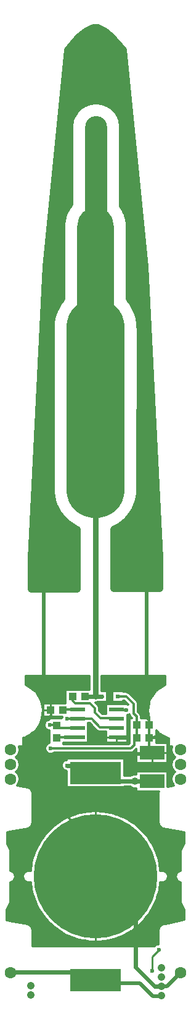
<source format=gbr>
G04 DipTrace 3.2.0.1*
G04 Top.gbr*
%MOMM*%
G04 #@! TF.FileFunction,Copper,L1,Top*
G04 #@! TF.Part,Single*
G04 #@! TA.AperFunction,CopperBalancing*
%ADD10C,0.25*%
%ADD15C,0.3*%
G04 #@! TA.AperFunction,Conductor*
%ADD17C,0.5*%
G04 #@! TA.AperFunction,ViaPad*
%ADD18C,0.6*%
%ADD19C,0.8*%
G04 #@! TA.AperFunction,CopperBalancing*
%ADD20C,1.0*%
%ADD23R,1.0X1.1*%
%ADD24R,1.1X1.0*%
%ADD25R,3.4X1.9*%
%ADD27R,0.6X0.6*%
G04 #@! TA.AperFunction,ComponentPad*
%ADD28C,1.6*%
%ADD31R,7.0X3.1*%
%ADD32C,17.0*%
G04 #@! TA.AperFunction,ComponentPad*
%ADD33C,1.05*%
%ADD34R,2.0X0.6*%
%ADD37O,8.0X30.0*%
%ADD38O,5.0X40.0*%
%ADD39O,3.0X40.0*%
%FSLAX35Y35*%
G04*
G71*
G90*
G75*
G01*
G04 Top*
%LPD*%
X0Y-1080500D2*
D17*
X207683D1*
X255070Y-1127887D1*
X607897D1*
X786320Y-1306310D1*
X894787D1*
X902457Y-1298640D1*
X0Y-1080500D2*
D18*
Y-974893D1*
X-1158397D1*
X-1150020Y-983270D1*
X-1166730D1*
X-1170000Y-980000D1*
X776000Y1639467D2*
X541110D1*
X261313D1*
D15*
Y1767543D1*
X12043D1*
X0Y1755500D1*
X541110Y1637957D2*
Y1639467D1*
X-389470Y1857737D2*
D18*
X-102237D1*
D15*
X0Y1755500D1*
X-301837Y1072930D2*
Y812297D1*
Y639337D1*
X0Y337500D1*
X437037Y-53657D2*
X391157D1*
X0Y337500D1*
X902457Y-1171640D2*
D18*
X816050D1*
X554297Y-909887D1*
Y-216797D1*
X0Y337500D1*
X-627000Y728000D2*
D15*
X-390500D1*
X0Y337500D1*
X684743Y675010D2*
X337510D1*
X323987Y661487D1*
X0Y337500D1*
X902457Y-1171640D2*
D17*
X978360D1*
X1170000Y-980000D1*
X-295553Y812297D2*
D15*
X-301837D1*
X-674353Y234557D2*
X-301837D1*
Y639337D1*
X-102063Y757793D2*
X-117383D1*
Y616083D1*
Y488000D1*
Y454883D1*
X0Y337500D1*
X-107513Y616083D2*
X-117383D1*
X-107513Y488000D2*
X-117383D1*
X303987Y338113D2*
X323987Y358113D1*
Y661487D1*
X-493657Y1967340D2*
Y1264750D1*
X-301837Y1072930D1*
X-613610Y2520370D2*
Y2611167D1*
X-617600Y2615157D1*
X-493657Y1967340D2*
X-456427Y2004570D1*
X751103D1*
X776000Y2029467D1*
X737437D1*
Y2236083D1*
Y2407253D1*
X739687Y2409503D1*
X826183Y2241677D2*
X743030D1*
X737437Y2236083D1*
X739687Y2409503D2*
Y2470810D1*
X633193Y2577303D1*
X703460Y3034410D2*
Y3032363D1*
X818120D1*
X918447D1*
X920493Y3034410D1*
X-922343Y3032363D2*
X-813550D1*
Y3029367D1*
X-710587D1*
X-709427Y3028207D1*
X703460Y3034410D2*
D17*
Y4385763D1*
D15*
X706267Y4388570D1*
X-709427Y3028207D2*
D17*
Y4374947D1*
D15*
X-547550D1*
X290620Y2241270D2*
D18*
X445587Y2243290D1*
X870913Y-665097D2*
D10*
X777297Y-758713D1*
Y-958840D1*
X-616647Y2090403D2*
D15*
X483273D1*
X529083Y2136213D1*
Y2222427D1*
X567540D1*
Y2409503D1*
X564197D1*
Y2528653D1*
X526633Y2566217D1*
Y2697420D1*
X419470Y2804583D1*
X306357D1*
X569687Y2409503D2*
X567540D1*
X567437Y2236083D2*
X567540Y2222427D1*
X-406730Y2239073D2*
D17*
X-251577D1*
D15*
X-249380Y2241270D1*
X424367Y2618943D2*
X293947D1*
X290620Y2622270D1*
X-406730Y2239073D2*
X-532317D1*
X-535777Y2235613D1*
X-249380Y2368270D2*
X-498433D1*
X-535777Y2405613D1*
X-625987Y2410363D2*
X-540527D1*
X-535777Y2405613D1*
X-249380Y2495270D2*
X-55090D1*
X57577Y2382603D1*
X290620D1*
Y2368270D1*
X-386520Y2498620D2*
X-252730D1*
X-249380Y2495270D1*
Y2622270D2*
X-440487D1*
X-447600Y2615157D1*
X290620Y2495270D2*
Y2504583D1*
X64497D1*
X-12087Y2581167D1*
Y2644120D1*
X-77600Y2709633D1*
X-279323D1*
X-313510Y2743820D1*
Y2802007D1*
X-143510D2*
D18*
X903D1*
Y2804583D1*
X86357D1*
X903D2*
D19*
Y6750000D1*
X0D1*
D15*
Y7500000D1*
Y8741000D1*
X9000Y8750000D1*
D18*
X-406730Y2239073D3*
X424367Y2618943D3*
D19*
X-493657Y1967340D3*
D18*
X-625987Y2410363D3*
X-386520Y2498620D3*
D20*
X541110Y1637957D3*
D19*
X-301837Y1072930D3*
D18*
X-613610Y2520370D3*
X-627000Y728000D3*
X684743Y675010D3*
D20*
X437037Y-53657D3*
D18*
X870913Y-665097D3*
X777297Y-958840D3*
X-731300Y1866477D3*
X-731163Y1974830D3*
X-740173Y2082937D3*
X-846027Y2085187D3*
X-645143Y1783977D3*
X-96040Y1483847D3*
X-91537Y1407270D3*
Y1332947D3*
X-305497Y1497360D3*
X-303243Y1418533D3*
X-304820Y1339480D3*
X307107Y1443307D3*
X309360Y1366730D3*
X307107Y1287903D3*
X-816190Y1051710D3*
X-679167Y492267D3*
X-726100Y949337D3*
X-818237Y953430D3*
X-904230Y943193D3*
X-295553Y812297D3*
X-674353Y234557D3*
X-295553Y545230D3*
X-298277Y417143D3*
X-292827Y291787D3*
X-102063Y757793D3*
X-107513Y616083D3*
Y488000D3*
X-115690Y368090D3*
X-110240Y226383D3*
X306713Y997610D3*
Y891327D3*
Y779593D3*
X303987Y338113D3*
Y586107D3*
X298537Y468923D3*
X103937Y-342277D3*
X161467Y-409960D3*
X-301447Y-568060D3*
X5330Y-576093D3*
X399413Y-576303D3*
X324133Y-574393D3*
X956633Y934717D3*
Y854680D3*
X891487Y895630D3*
X677923Y186420D3*
Y453213D3*
Y567127D3*
X680923Y1085730D3*
X-616647Y2090403D3*
X826183Y2241677D3*
X-922343Y3032363D3*
X633193Y2577303D3*
X-813550Y3029367D3*
X-709427Y3028207D3*
X445587Y2243290D3*
X920493Y3034410D3*
X818120Y3032363D3*
X703460Y3034410D3*
X123483Y2285413D3*
X449130Y2170470D3*
X-389470Y1857737D3*
X-954063Y3053783D2*
D15*
X-88303D1*
X90077D2*
X953667D1*
X-953770Y3024117D2*
X-88303D1*
X90077D2*
X953787D1*
X-953417Y2994450D2*
X-88303D1*
X90077D2*
X953903D1*
X-953123Y2964783D2*
X-88303D1*
X90077D2*
X951207D1*
X-913633Y2935117D2*
X-88303D1*
X90077D2*
X906617D1*
X-870507Y2905450D2*
X-88303D1*
X90077D2*
X861970D1*
X-827440Y2875783D2*
X-417720D1*
X165547D2*
X227163D1*
X385567D2*
X819840D1*
X-802657Y2846117D2*
X-417720D1*
X165547D2*
X227163D1*
X467480D2*
X798687D1*
X-785077Y2816450D2*
X-417720D1*
X165547D2*
X227163D1*
X497130D2*
X777593D1*
X-767500Y2786783D2*
X-417720D1*
X165547D2*
X227163D1*
X526837D2*
X756440D1*
X-749923Y2757117D2*
X-417720D1*
X165547D2*
X227163D1*
X556483D2*
X741910D1*
X-739200Y2727450D2*
X-417720D1*
X42383D2*
X407047D1*
X582970D2*
X736343D1*
X23810Y2697783D2*
X141440D1*
X590820D2*
X730720D1*
X47187Y2668117D2*
X141440D1*
X590820D2*
X725093D1*
X52110Y2638450D2*
X141440D1*
X590820D2*
X719470D1*
X52110Y2608783D2*
X141440D1*
X590820D2*
X713903D1*
X79530Y2579117D2*
X141440D1*
X603300D2*
X718650D1*
X624747Y2549450D2*
X724390D1*
X439823Y2519783D2*
X483513D1*
X628380D2*
X730190D1*
X-734687Y2490117D2*
X-634983D1*
X439823D2*
X465463D1*
X-745293Y2460450D2*
X-686430D1*
X439823D2*
X465463D1*
X-755957Y2430783D2*
X-702427D1*
X-100177D2*
X-80193D1*
X439823D2*
X465463D1*
X-773360Y2401117D2*
X-704653D1*
X-100177D2*
X-50513D1*
X439823D2*
X465463D1*
X-793810Y2371450D2*
X-694517D1*
X-100177D2*
X-20803D1*
X439823D2*
X465463D1*
X-814317Y2341783D2*
X-662230D1*
X-100177D2*
X8843D1*
X439823D2*
X465463D1*
X-841093Y2312117D2*
X-634983D1*
X-100177D2*
X141440D1*
X439823D2*
X463237D1*
X-879707Y2282450D2*
X-634983D1*
X-100177D2*
X141440D1*
X439823D2*
X463237D1*
X841660D2*
X894547D1*
X-918320Y2252783D2*
X-634983D1*
X-100177D2*
X141440D1*
X439823D2*
X463237D1*
X841660D2*
X951500D1*
X-984707Y2223117D2*
X-634983D1*
X-100177D2*
X141440D1*
X439823D2*
X463237D1*
X841660D2*
X1002127D1*
X-984883Y2193450D2*
X-634983D1*
X-100177D2*
X141440D1*
X439823D2*
X463237D1*
X841660D2*
X1002007D1*
X-985117Y2163783D2*
X-640200D1*
X-436563D2*
X-421470D1*
X-391977D2*
X463237D1*
X-985293Y2134117D2*
X-682037D1*
X-1045587Y2104450D2*
X-694517D1*
X995177D2*
X1045600D1*
X-1040900Y2074783D2*
X-694223D1*
X995177D2*
X1040913D1*
X-1043300Y2045117D2*
X-680923D1*
X527423D2*
X556813D1*
X995177D2*
X1043257D1*
X-1053203Y2015450D2*
X-633403D1*
X-599963D2*
X556813D1*
X995177D2*
X1053220D1*
X-1073007Y1985783D2*
X556813D1*
X995177D2*
X1073023D1*
X-1074767Y1956117D2*
X-399203D1*
X399220D2*
X556813D1*
X995177D2*
X1074723D1*
X-1054140Y1926450D2*
X-425393D1*
X399220D2*
X556813D1*
X995177D2*
X1054157D1*
X-1043653Y1896783D2*
X-457913D1*
X399220D2*
X556813D1*
X995177D2*
X1043667D1*
X-1040840Y1867117D2*
X-468110D1*
X399220D2*
X1040857D1*
X-1045060Y1837450D2*
X-465940D1*
X399220D2*
X1045073D1*
X-1057187Y1807783D2*
X-450003D1*
X399220D2*
X1057203D1*
X-1080507Y1778117D2*
X-399203D1*
X399220D2*
X556813D1*
X995177D2*
X1080463D1*
X-1068143Y1748450D2*
X-399203D1*
X399220D2*
X556813D1*
X995177D2*
X1068160D1*
X-1050623Y1718783D2*
X-399203D1*
X399220D2*
X485913D1*
X995177D2*
X1050583D1*
X-1042247Y1689117D2*
X-399203D1*
X995177D2*
X1042263D1*
X-1041250Y1659450D2*
X-399203D1*
X995177D2*
X1041267D1*
X-1047403Y1629783D2*
X-399203D1*
X995177D2*
X1047360D1*
X-1061933Y1600117D2*
X-399203D1*
X995177D2*
X1061890D1*
X-995430Y1570450D2*
X-399203D1*
X-894767Y1540783D2*
X556813D1*
X-870917Y1511117D2*
X556813D1*
X-862890Y1481450D2*
X862907D1*
X-862013Y1451783D2*
X862027D1*
X-862013Y1422117D2*
X862027D1*
X-862013Y1392450D2*
X862027D1*
X-862013Y1362783D2*
X862027D1*
X-862013Y1333117D2*
X862027D1*
X-862013Y1303450D2*
X862027D1*
X-862013Y1273783D2*
X862027D1*
X-862013Y1244117D2*
X862027D1*
X-862013Y1214450D2*
X-187737D1*
X187753D2*
X862027D1*
X-862013Y1184783D2*
X-295023D1*
X295040D2*
X862027D1*
X-862013Y1155117D2*
X-369963D1*
X369980D2*
X862027D1*
X-862013Y1125450D2*
X-429963D1*
X429980D2*
X862027D1*
X-862013Y1095783D2*
X-480707D1*
X480663D2*
X862027D1*
X-863300Y1066117D2*
X-524827D1*
X524843D2*
X863317D1*
X-872323Y1036450D2*
X-563910D1*
X563927D2*
X872340D1*
X-897637Y1006783D2*
X-599007D1*
X599023D2*
X897653D1*
X-1008553Y977117D2*
X-630767D1*
X630723D2*
X1008570D1*
X-1168280Y947450D2*
X-659593D1*
X659610D2*
X1168297D1*
X-1211993Y917783D2*
X-685960D1*
X685977D2*
X1212007D1*
X-1211993Y888117D2*
X-710100D1*
X710117D2*
X1212007D1*
X-1211993Y858450D2*
X-732250D1*
X732207D2*
X1212007D1*
X-1211993Y828783D2*
X-752523D1*
X752540D2*
X1212007D1*
X-1211993Y799117D2*
X-771157D1*
X771173D2*
X1212007D1*
X-1201680Y769450D2*
X-788207D1*
X788223D2*
X1201697D1*
X-1186857Y739783D2*
X-803850D1*
X803867D2*
X1186870D1*
X-1172030Y710117D2*
X-818090D1*
X818047D2*
X1172047D1*
X-1162013Y680450D2*
X-830980D1*
X830997D2*
X1162027D1*
X-1162013Y650783D2*
X-842640D1*
X842657D2*
X1162027D1*
X-1162013Y621117D2*
X-853130D1*
X853143D2*
X1162027D1*
X-1162013Y591450D2*
X-862447D1*
X862460D2*
X1162027D1*
X-1162013Y561783D2*
X-870707D1*
X870663D2*
X1162027D1*
X-1162013Y532117D2*
X-877797D1*
X877813D2*
X1162027D1*
X-1162013Y502450D2*
X-883890D1*
X883907D2*
X1162027D1*
X-1162013Y472783D2*
X-888930D1*
X888947D2*
X1162027D1*
X-1162013Y443117D2*
X-892973D1*
X892930D2*
X1162027D1*
X-1161073Y413450D2*
X-938970D1*
X938927D2*
X1161030D1*
X-1117070Y383783D2*
X-982913D1*
X982930D2*
X1117087D1*
X-1103067Y354117D2*
X-996917D1*
X996933D2*
X1103083D1*
X-1101483Y324450D2*
X-998500D1*
X998517D2*
X1101500D1*
X-1111447Y294783D2*
X-988540D1*
X988553D2*
X1111460D1*
X-1140623Y265117D2*
X-959360D1*
X959377D2*
X1140640D1*
X-1162013Y235450D2*
X-893383D1*
X893400D2*
X1162027D1*
X-1162013Y205783D2*
X-889457D1*
X889473D2*
X1162027D1*
X-1162013Y176117D2*
X-884537D1*
X884550D2*
X1162027D1*
X-1162013Y146450D2*
X-878617D1*
X878573D2*
X1162027D1*
X-1162013Y116783D2*
X-871587D1*
X871600D2*
X1162027D1*
X-1162013Y87117D2*
X-863500D1*
X863517D2*
X1162027D1*
X-1162013Y57450D2*
X-854300D1*
X854317D2*
X1162027D1*
X-1162013Y27783D2*
X-843987D1*
X844003D2*
X1162027D1*
X-1162013Y-1883D2*
X-832447D1*
X832460D2*
X1162027D1*
X-1167637Y-31550D2*
X-819673D1*
X819687D2*
X1167770D1*
X-1182870Y-61217D2*
X-805610D1*
X805627D2*
X1182593D1*
X-1198107Y-90883D2*
X-790200D1*
X790213D2*
X1197417D1*
X-1213163Y-120550D2*
X-773323D1*
X773280D2*
X1212007D1*
X-1212987Y-150217D2*
X-754867D1*
X754883D2*
X1212007D1*
X-1212870Y-179883D2*
X-734770D1*
X734787D2*
X1212007D1*
X-1212697Y-209550D2*
X-712857D1*
X712870D2*
X1212007D1*
X-1212520Y-239217D2*
X-689007D1*
X688963D2*
X1212007D1*
X-1187500Y-268883D2*
X-662933D1*
X662890D2*
X1153180D1*
X-1027773Y-298550D2*
X-634340D1*
X634357D2*
X1014780D1*
X-901857Y-328217D2*
X-602993D1*
X603007D2*
X901460D1*
X-874373Y-357883D2*
X-568363D1*
X568320D2*
X874333D1*
X-863947Y-387550D2*
X-529750D1*
X529767D2*
X863903D1*
X-862013Y-417217D2*
X-486273D1*
X486290D2*
X862027D1*
X-862013Y-446883D2*
X-436470D1*
X436483D2*
X862027D1*
X-862013Y-476550D2*
X-377817D1*
X377833D2*
X862027D1*
X-862013Y-506217D2*
X-305160D1*
X305177D2*
X861970D1*
X-862013Y-535883D2*
X-203910D1*
X203927D2*
X861970D1*
X-862013Y-565550D2*
X861970D1*
X-862013Y-595217D2*
X837537D1*
X-715800Y2711357D2*
X-414680D1*
X-414710Y2898207D1*
X-85277D1*
X-85297Y3082377D1*
X-957353Y3083433D1*
X-956090Y2963147D1*
X-902257Y2925240D1*
X-818773Y2867403D1*
X-816633Y2864603D1*
X-745843Y2744667D1*
X-736377Y2698277D1*
X-721800Y2623613D1*
X-733877Y2500910D1*
X-762757Y2420847D1*
X-830837Y2322547D1*
X-868263Y2293550D1*
X-922603Y2252117D1*
X-967593Y2237367D1*
X-987610Y2230893D1*
X-988493Y2128267D1*
X-989930Y2123800D1*
X-992680Y2119997D1*
X-996470Y2117230D1*
X-1000930Y2115767D1*
X-1052317Y2115450D1*
X-1047287Y2099460D1*
X-1045353Y2089743D1*
X-1044190Y2079900D1*
X-1043800Y2070000D1*
X-1044190Y2060100D1*
X-1045353Y2050257D1*
X-1047287Y2040540D1*
X-1049977Y2031003D1*
X-1053407Y2021707D1*
X-1057553Y2012707D1*
X-1062397Y2004060D1*
X-1067903Y1995820D1*
X-1074037Y1988040D1*
X-1080763Y1980763D1*
X-1093117Y1970033D1*
X-1080763Y1959237D1*
X-1074037Y1951960D1*
X-1067903Y1944180D1*
X-1062397Y1935940D1*
X-1057553Y1927293D1*
X-1053407Y1918293D1*
X-1049977Y1908997D1*
X-1047287Y1899460D1*
X-1045353Y1889743D1*
X-1044190Y1879900D1*
X-1043800Y1870000D1*
X-1044190Y1860100D1*
X-1045353Y1850257D1*
X-1047287Y1840540D1*
X-1049977Y1831003D1*
X-1053407Y1821707D1*
X-1057553Y1812707D1*
X-1062397Y1804060D1*
X-1067903Y1795820D1*
X-1074037Y1788040D1*
X-1080763Y1780763D1*
X-1093117Y1770033D1*
X-1080763Y1759237D1*
X-1074037Y1751960D1*
X-1067903Y1744180D1*
X-1062397Y1735940D1*
X-1057553Y1727293D1*
X-1053407Y1718293D1*
X-1049977Y1708997D1*
X-1047287Y1699460D1*
X-1045353Y1689743D1*
X-1044190Y1679900D1*
X-1043800Y1670000D1*
X-1044190Y1660100D1*
X-1045353Y1650257D1*
X-1047287Y1640540D1*
X-1049977Y1631003D1*
X-1053407Y1621707D1*
X-1057553Y1612707D1*
X-1062397Y1604060D1*
X-1067903Y1595820D1*
X-1076847Y1584997D1*
X-931980Y1557877D1*
X-906787Y1548197D1*
X-886480Y1531197D1*
X-883157Y1527207D1*
X-869977Y1503660D1*
X-865227Y1477607D1*
X-865000Y1445000D1*
X-865223Y1072413D1*
X-870143Y1045877D1*
X-883150Y1022810D1*
X-886463Y1018817D1*
X-907210Y1001553D1*
X-931960Y992130D1*
X-963977Y985950D1*
X-1215033Y939327D1*
X-1215000Y790027D1*
X-1165733Y691160D1*
X-1165000Y686523D1*
Y413653D1*
X-1153927Y410020D1*
X-1142573Y404233D1*
X-1132263Y396743D1*
X-1123257Y387737D1*
X-1115767Y377427D1*
X-1109980Y366073D1*
X-1106043Y353957D1*
X-1104050Y341370D1*
Y328630D1*
X-1106043Y316043D1*
X-1109980Y303927D1*
X-1115767Y292573D1*
X-1123257Y282263D1*
X-1132263Y273257D1*
X-1142573Y265767D1*
X-1153927Y259980D1*
X-1165013Y256333D1*
X-1165183Y-19250D1*
X-1166640Y-23727D1*
X-1216170Y-120297D1*
X-1215383Y-264237D1*
X-931980Y-317123D1*
X-906787Y-326803D1*
X-886480Y-343803D1*
X-883157Y-347793D1*
X-869977Y-371340D1*
X-865227Y-397393D1*
X-865000Y-430000D1*
X-864803Y-621137D1*
X-858040Y-618523D1*
X-850953Y-617000D1*
X-844763Y-616593D1*
X810333Y-618797D1*
X817033Y-611217D1*
X826123Y-603450D1*
X836320Y-597203D1*
X847367Y-592627D1*
X858993Y-589833D1*
X865003Y-589130D1*
X865217Y-397463D1*
X869930Y-371477D1*
X882463Y-348687D1*
X885660Y-344727D1*
X905663Y-327480D1*
X929757Y-317630D1*
X961523Y-310600D1*
X1215047Y-256273D1*
X1215000Y-120110D1*
X1165733Y-21160D1*
X1165000Y-16523D1*
Y256347D1*
X1153927Y259980D1*
X1142573Y265767D1*
X1132263Y273257D1*
X1123257Y282263D1*
X1115767Y292573D1*
X1109980Y303927D1*
X1106043Y316043D1*
X1104050Y328630D1*
Y341370D1*
X1106043Y353957D1*
X1109980Y366073D1*
X1115767Y377427D1*
X1123257Y387737D1*
X1132263Y396743D1*
X1142573Y404233D1*
X1153927Y410020D1*
X1165013Y413667D1*
X1165167Y688757D1*
X1166583Y693230D1*
X1215003Y790070D1*
X1215000Y939277D1*
X933097Y991753D1*
X906787Y1001803D1*
X886480Y1018803D1*
X883157Y1022793D1*
X869977Y1046340D1*
X865227Y1072393D1*
X865000Y1105000D1*
X865223Y1477587D1*
X868847Y1498277D1*
X559800Y1498267D1*
Y1543560D1*
X548657Y1542053D1*
X533563D1*
X518653Y1544413D1*
X504297Y1549080D1*
X490847Y1555933D1*
X480603Y1563253D1*
X396207Y1563267D1*
X396200Y1554300D1*
X-396200D1*
Y1781820D1*
X-407260Y1783643D1*
X-418630Y1787337D1*
X-429283Y1792767D1*
X-438957Y1799793D1*
X-447413Y1808250D1*
X-454440Y1817923D1*
X-459870Y1828577D1*
X-463563Y1839947D1*
X-465437Y1851757D1*
Y1863717D1*
X-463563Y1875527D1*
X-459870Y1886897D1*
X-454440Y1897550D1*
X-447413Y1907223D1*
X-438957Y1915680D1*
X-429283Y1922707D1*
X-418630Y1928137D1*
X-407260Y1931830D1*
X-401367Y1933000D1*
X-396200Y1944300D1*
Y1956700D1*
X396200D1*
X396313Y1715667D1*
X484567Y1715783D1*
X497437Y1723670D1*
X511383Y1729447D1*
X526060Y1732973D1*
X541110Y1734157D1*
X556160Y1732973D1*
X559777Y1732253D1*
X559800Y1780667D1*
X992200D1*
Y1569320D1*
X1076717Y1584987D1*
X1067903Y1595820D1*
X1062397Y1604060D1*
X1057553Y1612707D1*
X1053407Y1621707D1*
X1049977Y1631003D1*
X1047287Y1640540D1*
X1045353Y1650257D1*
X1044190Y1660100D1*
X1043800Y1670000D1*
X1044190Y1679900D1*
X1045353Y1689743D1*
X1047287Y1699460D1*
X1049977Y1708997D1*
X1053407Y1718293D1*
X1057553Y1727293D1*
X1062397Y1735940D1*
X1067903Y1744180D1*
X1074037Y1751960D1*
X1080763Y1759237D1*
X1093117Y1769967D1*
X1080763Y1780763D1*
X1074037Y1788040D1*
X1067903Y1795820D1*
X1062397Y1804060D1*
X1057553Y1812707D1*
X1053407Y1821707D1*
X1049977Y1831003D1*
X1047287Y1840540D1*
X1045353Y1850257D1*
X1044190Y1860100D1*
X1043800Y1870000D1*
X1044190Y1879900D1*
X1045353Y1889743D1*
X1047287Y1899460D1*
X1049977Y1908997D1*
X1053407Y1918293D1*
X1057553Y1927293D1*
X1062397Y1935940D1*
X1067903Y1944180D1*
X1074037Y1951960D1*
X1080763Y1959237D1*
X1093117Y1969967D1*
X1080763Y1980763D1*
X1074037Y1988040D1*
X1067903Y1995820D1*
X1062397Y2004060D1*
X1057553Y2012707D1*
X1053407Y2021707D1*
X1049977Y2031003D1*
X1047287Y2040540D1*
X1045353Y2050257D1*
X1044190Y2060100D1*
X1043800Y2070000D1*
X1044190Y2079900D1*
X1045353Y2089743D1*
X1047287Y2099460D1*
X1052510Y2115860D1*
X1017467Y2116200D1*
X1013007Y2117663D1*
X1009217Y2120433D1*
X1006470Y2124237D1*
X1005030Y2128703D1*
X1004977Y2176050D1*
X1005113Y2226427D1*
X875307Y2294227D1*
X863053Y2307540D1*
X840920Y2332473D1*
X840887Y2313303D1*
X838650D1*
X838800Y2170667D1*
X992200D1*
Y1888267D1*
X559800D1*
Y2080373D1*
X523020Y2043867D1*
X515250Y2038220D1*
X506693Y2033863D1*
X497560Y2030893D1*
X488077Y2029393D1*
X408273Y2029203D1*
X-571240D1*
X-582053Y2022510D1*
X-593100Y2017933D1*
X-604727Y2015140D1*
X-616647Y2014203D1*
X-628567Y2015140D1*
X-640193Y2017933D1*
X-651240Y2022510D1*
X-661437Y2028757D1*
X-670527Y2036523D1*
X-678293Y2045613D1*
X-684540Y2055810D1*
X-689117Y2066857D1*
X-691910Y2078483D1*
X-692847Y2090403D1*
X-691910Y2102323D1*
X-689117Y2113950D1*
X-684540Y2124997D1*
X-678293Y2135193D1*
X-670527Y2144283D1*
X-661437Y2152050D1*
X-651240Y2158297D1*
X-640193Y2162873D1*
X-631983Y2164987D1*
X-631977Y2334413D1*
X-643777Y2336270D1*
X-655147Y2339963D1*
X-665800Y2345393D1*
X-675473Y2352420D1*
X-683930Y2360877D1*
X-690957Y2370550D1*
X-696387Y2381203D1*
X-700080Y2392573D1*
X-701953Y2404383D1*
Y2416343D1*
X-700080Y2428153D1*
X-696387Y2439523D1*
X-690957Y2450177D1*
X-683930Y2459850D1*
X-675473Y2468307D1*
X-665800Y2475333D1*
X-655147Y2480763D1*
X-643777Y2484457D1*
X-631990Y2486327D1*
X-631977Y2506813D1*
X-462230D1*
X-460613Y2516410D1*
X-459897Y2518950D1*
X-718800Y2518957D1*
Y2711357D1*
X-715800D1*
X483487Y2505703D2*
X500653D1*
X480097Y2526470D1*
X474450Y2534240D1*
X470090Y2542797D1*
X467120Y2551947D1*
X464180Y2553973D1*
X453527Y2548543D1*
X442157Y2544850D1*
X436813Y2543787D1*
X436820Y2165070D1*
X144420D1*
Y2321423D1*
X52773Y2321593D1*
X43290Y2323093D1*
X34157Y2326063D1*
X25600Y2330420D1*
X17830Y2336067D1*
X-38730Y2392360D1*
X-80453Y2434083D1*
X-103197Y2434070D1*
X-103180Y2165070D1*
X-388940Y2164980D1*
X-400750Y2163107D1*
X-412710D1*
X-424520Y2164980D1*
X-435890Y2168673D1*
X-439563Y2170367D1*
X-439577Y2151597D1*
X457903Y2151603D1*
X466223Y2159903D1*
X466237Y2332283D1*
X468523D1*
X468487Y2505703D1*
X483487D1*
X625343D2*
X735880D1*
X716690Y2605583D1*
X716933Y2609100D1*
X747530Y2769347D1*
X749223Y2772437D1*
X825490Y2878977D1*
X864817Y2905340D1*
X957063Y2966663D1*
X956493Y3081147D1*
X87137Y3082187D1*
X87103Y2880763D1*
X162557Y2880783D1*
Y2728383D1*
X41210D1*
X27540Y2722603D1*
X14387Y2719443D1*
X190Y2718410D1*
X34450Y2683867D1*
X40097Y2676097D1*
X44457Y2667540D1*
X47423Y2658407D1*
X48927Y2648923D1*
X49113Y2606560D1*
X89813Y2565817D1*
X144477Y2565783D1*
X144420Y2698470D1*
X436820D1*
Y2694073D1*
X445373Y2692130D1*
X394157Y2743347D1*
X382613Y2743383D1*
X382557Y2728383D1*
X230157D1*
Y2880783D1*
X382557D1*
Y2865840D1*
X424273Y2865593D1*
X433757Y2864093D1*
X442890Y2861127D1*
X451447Y2856767D1*
X459217Y2851120D1*
X515777Y2794827D1*
X573170Y2737167D1*
X578817Y2729397D1*
X583177Y2720840D1*
X586143Y2711707D1*
X587643Y2702223D1*
X587833Y2622420D1*
Y2591540D1*
X610733Y2568400D1*
X616380Y2560630D1*
X620737Y2552073D1*
X623707Y2542940D1*
X625207Y2533457D1*
X625397Y2505743D1*
X892573Y256950D2*
X888573Y220833D1*
X883170Y185243D1*
X876343Y149897D1*
X868103Y114857D1*
X858463Y80173D1*
X847437Y45907D1*
X835043Y12110D1*
X821300Y-21163D1*
X806237Y-53857D1*
X789870Y-85917D1*
X772227Y-117297D1*
X753340Y-147940D1*
X733237Y-177803D1*
X711953Y-206833D1*
X689520Y-234983D1*
X665973Y-262213D1*
X641350Y-288473D1*
X615697Y-313723D1*
X589047Y-337923D1*
X561447Y-361037D1*
X532943Y-383020D1*
X503577Y-403840D1*
X473400Y-423467D1*
X442457Y-441863D1*
X410803Y-459003D1*
X378483Y-474857D1*
X345557Y-489400D1*
X312070Y-502610D1*
X278080Y-514467D1*
X243643Y-524947D1*
X208810Y-534033D1*
X173643Y-541717D1*
X138193Y-547980D1*
X102523Y-552817D1*
X66687Y-556217D1*
X30740Y-558173D1*
X-5253Y-558683D1*
X-41237Y-557750D1*
X-77157Y-555373D1*
X-112950Y-551553D1*
X-148563Y-546300D1*
X-183937Y-539620D1*
X-219010Y-531527D1*
X-253733Y-522030D1*
X-288047Y-511147D1*
X-321897Y-498897D1*
X-355223Y-485293D1*
X-387980Y-470363D1*
X-420110Y-454133D1*
X-451563Y-436623D1*
X-482287Y-417863D1*
X-512230Y-397887D1*
X-541350Y-376723D1*
X-569597Y-354407D1*
X-596923Y-330973D1*
X-623287Y-306463D1*
X-648643Y-280913D1*
X-672957Y-254367D1*
X-696180Y-226863D1*
X-718283Y-198450D1*
X-739227Y-169173D1*
X-758980Y-139077D1*
X-777507Y-108213D1*
X-794777Y-76630D1*
X-810767Y-44380D1*
X-825450Y-11510D1*
X-838800Y21920D1*
X-850797Y55860D1*
X-861420Y90253D1*
X-870653Y125047D1*
X-878483Y160183D1*
X-884897Y195603D1*
X-889880Y231257D1*
X-892573Y256953D1*
X-902297Y254800D1*
X-915000Y253800D1*
X-927703Y254800D1*
X-940093Y257773D1*
X-951863Y262650D1*
X-962727Y269307D1*
X-972417Y277583D1*
X-980693Y287273D1*
X-987350Y298137D1*
X-992227Y309907D1*
X-995200Y322297D1*
X-996200Y335000D1*
X-995200Y347703D1*
X-992227Y360093D1*
X-987350Y371863D1*
X-980693Y382727D1*
X-972417Y392417D1*
X-962727Y400693D1*
X-951863Y407350D1*
X-940093Y412227D1*
X-927703Y415200D1*
X-915000Y416200D1*
X-902297Y415200D1*
X-893000Y413097D1*
X-889147Y449710D1*
X-883923Y485327D1*
X-877273Y520703D1*
X-869210Y555787D1*
X-859743Y590517D1*
X-848887Y624840D1*
X-836663Y658697D1*
X-823090Y692037D1*
X-808187Y724807D1*
X-791983Y756950D1*
X-774500Y788417D1*
X-755767Y819157D1*
X-735813Y849117D1*
X-714673Y878253D1*
X-692380Y906520D1*
X-668973Y933863D1*
X-644483Y960250D1*
X-618953Y985627D1*
X-592427Y1009963D1*
X-564943Y1033210D1*
X-536550Y1055337D1*
X-507290Y1076303D1*
X-477210Y1096080D1*
X-446360Y1114633D1*
X-414793Y1131930D1*
X-382553Y1147947D1*
X-349700Y1162657D1*
X-316280Y1176037D1*
X-282350Y1188060D1*
X-247963Y1198713D1*
X-213180Y1207977D1*
X-178050Y1215837D1*
X-142633Y1222277D1*
X-106987Y1227290D1*
X-71167Y1230870D1*
X-35233Y1233007D1*
X757Y1233700D1*
X36747Y1232947D1*
X72677Y1230747D1*
X108490Y1227110D1*
X144130Y1222033D1*
X179533Y1215533D1*
X214650Y1207613D1*
X249420Y1198293D1*
X283787Y1187583D1*
X317697Y1175500D1*
X351093Y1162067D1*
X383923Y1147300D1*
X416133Y1131230D1*
X447673Y1113877D1*
X478490Y1095273D1*
X508537Y1075447D1*
X537760Y1054430D1*
X566117Y1032257D1*
X593563Y1008960D1*
X620047Y984580D1*
X645533Y959160D1*
X669980Y932733D1*
X693343Y905347D1*
X715587Y877047D1*
X736677Y847873D1*
X756580Y817877D1*
X775260Y787107D1*
X792690Y755610D1*
X808840Y723440D1*
X823687Y690647D1*
X837207Y657283D1*
X849373Y623403D1*
X860170Y589063D1*
X869577Y554317D1*
X877583Y519223D1*
X884173Y483833D1*
X889337Y448207D1*
X893000Y413163D1*
X902297Y415200D1*
X915000Y416200D1*
X927703Y415200D1*
X940093Y412227D1*
X951863Y407350D1*
X962727Y400693D1*
X972417Y392417D1*
X980693Y382727D1*
X987350Y371863D1*
X992227Y360093D1*
X995200Y347703D1*
X996200Y335000D1*
X995200Y322297D1*
X992227Y309907D1*
X987350Y298137D1*
X980693Y287273D1*
X972417Y277583D1*
X962727Y269307D1*
X951863Y262650D1*
X940093Y257773D1*
X927703Y254800D1*
X915000Y253800D1*
X902297Y254800D1*
X892570Y257023D1*
X-862460Y-620093D2*
X-855550Y-617857D1*
X-848387Y-616730D1*
X-617600Y2711297D2*
D10*
Y2519017D1*
X-718740Y2615157D2*
X-617600D1*
X739687Y2505643D2*
Y2409503D1*
X776000Y2029467D2*
Y1888327D1*
X559860Y2029467D2*
X992140D1*
X737437Y2236083D2*
X838580D1*
X0Y1233640D2*
Y-558640D1*
X290620Y2241270D2*
Y2165127D1*
X144480Y2241270D2*
X436763D1*
X-186133Y11861270D2*
D20*
X181417D1*
X-284300Y11761603D2*
X278033D1*
X-369793Y11661937D2*
X368903D1*
X-383193Y11562270D2*
X383213D1*
X-393127Y11462603D2*
X393150D1*
X-403153Y11362937D2*
X403083D1*
X-413087Y11263270D2*
X413110D1*
X-423023Y11163603D2*
X423043D1*
X-433050Y11063937D2*
X432980D1*
X-442983Y10964270D2*
X443007D1*
X-452920Y10864603D2*
X-250980D1*
X268957D2*
X452940D1*
X-462943Y10764937D2*
X-325443D1*
X343513D2*
X462877D1*
X-472880Y10665270D2*
X-359077D1*
X377057D2*
X472903D1*
X-482813Y10565603D2*
X-365003D1*
X382980D2*
X482837D1*
X-492840Y10465937D2*
X-365003D1*
X382980D2*
X492770D1*
X-502777Y10366270D2*
X-365003D1*
X382980D2*
X502797D1*
X-512710Y10266603D2*
X-365003D1*
X382980D2*
X512733D1*
X-522737Y10166937D2*
X-365003D1*
X382980D2*
X522667D1*
X-532670Y10067270D2*
X-365003D1*
X382980D2*
X532693D1*
X-542607Y9967603D2*
X-365003D1*
X382980D2*
X542627D1*
X-552633Y9867937D2*
X-365003D1*
X382980D2*
X552563D1*
X-562567Y9768270D2*
X-365003D1*
X382980D2*
X562590D1*
X-572503Y9668603D2*
X-365003D1*
X382980D2*
X572523D1*
X-582527Y9568937D2*
X-365003D1*
X382980D2*
X582550D1*
X-592463Y9469270D2*
X-418960D1*
X418890D2*
X592487D1*
X-602397Y9369603D2*
X-458337D1*
X458357D2*
X602420D1*
X-612423Y9269937D2*
X-473557D1*
X473580D2*
X612447D1*
X-622360Y9170270D2*
X-474013D1*
X474033D2*
X622380D1*
X-632383Y9070603D2*
X-474013D1*
X474033D2*
X632317D1*
X-642320Y8970937D2*
X-474013D1*
X474033D2*
X642343D1*
X-652253Y8871270D2*
X-474013D1*
X474033D2*
X652277D1*
X-662280Y8771603D2*
X-474013D1*
X474033D2*
X662210D1*
X-671213Y8671937D2*
X-474013D1*
X474033D2*
X671237D1*
X-676227Y8572270D2*
X-474013D1*
X474033D2*
X676247D1*
X-681240Y8472603D2*
X-474013D1*
X474033D2*
X681260D1*
X-686160Y8372937D2*
X-474013D1*
X474033D2*
X686183D1*
X-691173Y8273270D2*
X-474013D1*
X474033D2*
X691197D1*
X-696187Y8173603D2*
X-531800D1*
X531820D2*
X696210D1*
X-701110Y8073937D2*
X-581747D1*
X581677D2*
X701130D1*
X-706123Y7974270D2*
X-611277D1*
X611300D2*
X706143D1*
X-711133Y7874603D2*
X-623490D1*
X623513D2*
X711157D1*
X-716147Y7774937D2*
X-624040D1*
X623970D2*
X716080D1*
X-721070Y7675270D2*
X-624040D1*
X623970D2*
X721093D1*
X-726083Y7575603D2*
X-624040D1*
X623970D2*
X726103D1*
X-731097Y7475937D2*
X-624040D1*
X623970D2*
X731027D1*
X-736017Y7376270D2*
X-624040D1*
X623970D2*
X736040D1*
X-741030Y7276603D2*
X-624040D1*
X623970D2*
X741053D1*
X-746043Y7176937D2*
X-624040D1*
X623970D2*
X745973D1*
X-750967Y7077270D2*
X-624040D1*
X623970D2*
X750987D1*
X-755980Y6977603D2*
X-624040D1*
X623970D2*
X756000D1*
X-760990Y6877937D2*
X-624040D1*
X623970D2*
X760923D1*
X-765913Y6778270D2*
X-624040D1*
X623970D2*
X765937D1*
X-770927Y6678603D2*
X-624040D1*
X623970D2*
X770950D1*
X-775940Y6578937D2*
X-624040D1*
X623970D2*
X775870D1*
X-780860Y6479270D2*
X-624040D1*
X623970D2*
X780883D1*
X-785873Y6379603D2*
X-624040D1*
X623970D2*
X785897D1*
X-790887Y6279937D2*
X-624040D1*
X623970D2*
X790820D1*
X-795810Y6180270D2*
X-624040D1*
X623970D2*
X795830D1*
X-800823Y6080603D2*
X-624040D1*
X623970D2*
X800843D1*
X-805837Y5980937D2*
X-624040D1*
X623970D2*
X805767D1*
X-810757Y5881270D2*
X-624040D1*
X623970D2*
X810780D1*
X-815770Y5781603D2*
X-624040D1*
X623970D2*
X815793D1*
X-820783Y5681937D2*
X-624040D1*
X623970D2*
X820713D1*
X-825707Y5582270D2*
X-620210D1*
X620233D2*
X825727D1*
X-830717Y5482603D2*
X-600707D1*
X600727D2*
X830740D1*
X-835730Y5382937D2*
X-562880D1*
X562903D2*
X835663D1*
X-840653Y5283270D2*
X-502450D1*
X502473D2*
X840677D1*
X-845667Y5183603D2*
X-409300D1*
X409320D2*
X845687D1*
X-850680Y5083937D2*
X-263100D1*
X264947D2*
X850610D1*
X-855600Y4984270D2*
X-263100D1*
X264947D2*
X855623D1*
X-860613Y4884603D2*
X-263100D1*
X264947D2*
X860637D1*
X-865627Y4784937D2*
X-263100D1*
X264947D2*
X865557D1*
X-870003Y4685270D2*
X-263100D1*
X264947D2*
X870023D1*
X-870003Y4585603D2*
X-263100D1*
X264947D2*
X870023D1*
X-870003Y4485937D2*
X-263100D1*
X264947D2*
X870023D1*
X-870003Y4386270D2*
X-263100D1*
X264947D2*
X870023D1*
X-870003Y4286603D2*
X-263100D1*
X264947D2*
X870023D1*
X-779040Y2891270D2*
X-592503D1*
X666627D2*
X778970D1*
X-893243Y2193603D2*
X-847710D1*
X-866993Y1894603D2*
X-772240D1*
X-875743Y1794937D2*
X-635250D1*
X-867087Y1695270D2*
X-581473D1*
X-875563Y1595603D2*
X-574000D1*
X-822880Y1495937D2*
X-574000D1*
X-819963Y1396270D2*
X-574000D1*
X-819963Y1296603D2*
X-470640D1*
X470663D2*
X819987D1*
X-819963Y1196937D2*
X-637253D1*
X637277D2*
X819987D1*
X-819963Y1097270D2*
X-754923D1*
X754853D2*
X819987D1*
X-1169963Y897937D2*
X-914430D1*
X914450D2*
X1169987D1*
X-1169963Y798270D2*
X-969027D1*
X969047D2*
X1169987D1*
X-1120107Y698603D2*
X-1010860D1*
X1010883D2*
X1120127D1*
X-1120013Y598937D2*
X-1041397D1*
X1041417D2*
X1120037D1*
X-1090940Y100603D2*
X-1047320D1*
X1047250D2*
X1090960D1*
X-1120013Y937D2*
X-1019337D1*
X1019360D2*
X1120037D1*
X-1155743Y-98730D2*
X-980420D1*
X980440D2*
X1155220D1*
X-1170783Y-198397D2*
X-929193D1*
X929217D2*
X1169987D1*
X-819963Y-397730D2*
X-779077D1*
X779100D2*
X819987D1*
X-777753Y2879157D2*
X-582520D1*
X-582510Y2935493D1*
X-830387Y2935513D1*
X-777787Y2879193D1*
X829960Y1330467D2*
X392000D1*
Y1386520D1*
X179160Y1386307D1*
X229533Y1376447D1*
X279370Y1364170D1*
X328560Y1349500D1*
X376983Y1332477D1*
X424527Y1313140D1*
X471087Y1291530D1*
X516547Y1267700D1*
X560807Y1241707D1*
X603763Y1213610D1*
X645313Y1183473D1*
X685360Y1151367D1*
X723813Y1117367D1*
X760580Y1081553D1*
X795580Y1044007D1*
X828727Y1004817D1*
X859943Y964073D1*
X889160Y921870D1*
X916310Y878310D1*
X941323Y833490D1*
X964150Y787513D1*
X984730Y740493D1*
X1003020Y692533D1*
X1018973Y643747D1*
X1032557Y594250D1*
X1042833Y548677D1*
X1049863Y544127D1*
X1071957Y556860D1*
X1089713Y565047D1*
X1108053Y571813D1*
X1129943Y577730D1*
X1130127Y690067D1*
X1132330Y701613D1*
X1135277Y708883D1*
X1180020Y798367D1*
X1180000Y910207D1*
X923480Y958103D1*
X892017Y970000D1*
X882227Y976500D1*
X859790Y995953D1*
X852790Y1005393D1*
X838290Y1031323D1*
X834917Y1042583D1*
X830153Y1071077D1*
X830000Y1330483D1*
X-876907Y1646933D2*
X-879620Y1624007D1*
X-884123Y1601367D1*
X-890420Y1579063D1*
X-882227Y1573500D1*
X-859790Y1554047D1*
X-852790Y1544607D1*
X-838290Y1518677D1*
X-834917Y1507417D1*
X-830153Y1478923D1*
X-830007Y1074187D1*
X-832417Y1056857D1*
X-836180Y1037167D1*
X-840783Y1026350D1*
X-855810Y1000743D1*
X-863813Y992133D1*
X-886663Y973140D1*
X-897117Y967767D1*
X-924260Y957883D1*
X-1179993Y910233D1*
X-1180000Y798403D1*
X-1133807Y705657D1*
X-1130617Y694347D1*
X-1130000Y686523D1*
Y577787D1*
X-1108053Y571813D1*
X-1089713Y565047D1*
X-1071957Y556860D1*
X-1050137Y544127D1*
X-1042903Y548540D1*
X-1031250Y599457D1*
X-1017417Y648887D1*
X-1001213Y697590D1*
X-982683Y745457D1*
X-961867Y792373D1*
X-938810Y838233D1*
X-913567Y882927D1*
X-886200Y926350D1*
X-856770Y968403D1*
X-825347Y1008990D1*
X-792003Y1048010D1*
X-756817Y1085380D1*
X-719867Y1121010D1*
X-681243Y1154813D1*
X-641033Y1186717D1*
X-599333Y1216643D1*
X-556237Y1244527D1*
X-511847Y1270297D1*
X-466267Y1293897D1*
X-419600Y1315270D1*
X-371957Y1334367D1*
X-323447Y1351147D1*
X-274187Y1365567D1*
X-224287Y1377593D1*
X-178017Y1386500D1*
X-564000D1*
Y1687190D1*
X-575010Y1699270D1*
X-586870Y1714317D1*
X-597513Y1730247D1*
X-606877Y1746963D1*
X-614897Y1764363D1*
X-621527Y1782337D1*
X-626730Y1800777D1*
X-630467Y1819567D1*
X-632720Y1838667D1*
X-635790Y1847157D1*
X-654817Y1849407D1*
X-673607Y1853147D1*
X-692047Y1858347D1*
X-710020Y1864977D1*
X-727420Y1872997D1*
X-744137Y1882360D1*
X-760067Y1893003D1*
X-775113Y1904863D1*
X-789180Y1917870D1*
X-802187Y1931937D1*
X-814047Y1946983D1*
X-824690Y1962913D1*
X-834053Y1979630D1*
X-842073Y1997030D1*
X-848703Y2015003D1*
X-853903Y2033443D1*
X-857643Y2052233D1*
X-859893Y2071260D1*
X-860647Y2090403D1*
X-859893Y2109547D1*
X-857643Y2128573D1*
X-853903Y2147363D1*
X-848703Y2165803D1*
X-842073Y2183777D1*
X-834053Y2201177D1*
X-824690Y2217893D1*
X-814047Y2233823D1*
X-805290Y2244930D1*
X-823387Y2266943D1*
X-833740Y2282437D1*
X-851520Y2265127D1*
X-858133Y2260900D1*
X-921423Y2227140D1*
X-908043Y2203473D1*
X-898380Y2182510D1*
X-890390Y2160850D1*
X-884123Y2138633D1*
X-879620Y2115993D1*
X-876907Y2093067D1*
X-876000Y2070000D1*
X-876907Y2046933D1*
X-879620Y2024007D1*
X-884123Y2001367D1*
X-893667Y1970267D1*
X-884123Y1938633D1*
X-879620Y1915993D1*
X-876907Y1893067D1*
X-876000Y1870000D1*
X-876907Y1846933D1*
X-879620Y1824007D1*
X-884123Y1801367D1*
X-893667Y1770267D1*
X-884123Y1738633D1*
X-879620Y1715993D1*
X-876907Y1693067D1*
X-876000Y1670000D1*
X-876907Y1646933D1*
X754327Y-450947D2*
X777540Y-439670D1*
X795513Y-433040D1*
X813953Y-427840D1*
X830027Y-424640D1*
X830210Y-395433D1*
X835877Y-363120D1*
X840367Y-352257D1*
X854700Y-327180D1*
X862553Y-318437D1*
X884433Y-299570D1*
X894757Y-293947D1*
X921053Y-283637D1*
X1180013Y-227987D1*
X1180000Y-128363D1*
X1132447Y-31973D1*
X1130153Y-20447D1*
X1130000Y92213D1*
X1108053Y98187D1*
X1089713Y104953D1*
X1071957Y113140D1*
X1050137Y125873D1*
X1041703Y120790D1*
X1029760Y69743D1*
X1015647Y20393D1*
X999173Y-28220D1*
X980373Y-75980D1*
X959290Y-122780D1*
X935977Y-168510D1*
X910483Y-213060D1*
X882873Y-256327D1*
X853207Y-298217D1*
X821557Y-338623D1*
X787993Y-377457D1*
X752597Y-414627D1*
X715447Y-450047D1*
X714540Y-450867D1*
X754067Y-450923D1*
X-716640Y-448960D2*
X-751660Y-415563D1*
X-787103Y-378437D1*
X-820717Y-339643D1*
X-852417Y-299273D1*
X-882133Y-257423D1*
X-909800Y-214190D1*
X-935347Y-169670D1*
X-958717Y-123970D1*
X-979857Y-77200D1*
X-998717Y-29460D1*
X-1015253Y19133D1*
X-1029427Y68463D1*
X-1041203Y118423D1*
X-1041660Y120620D1*
X-1049863Y125873D1*
X-1071957Y113140D1*
X-1089713Y104953D1*
X-1108053Y98187D1*
X-1129943Y92270D1*
X-1130163Y-20957D1*
X-1132487Y-32480D1*
X-1135510Y-39720D1*
X-1181160Y-128730D1*
X-1180543Y-235210D1*
X-923480Y-283100D1*
X-892017Y-295000D1*
X-882227Y-301500D1*
X-859790Y-320953D1*
X-852790Y-330393D1*
X-837427Y-358443D1*
X-834083Y-372340D1*
X-830153Y-396077D1*
X-830000Y-448763D1*
X-716660Y-448963D1*
X-613903Y7849983D2*
X-613213Y7881050D1*
X-609087Y7927520D1*
X-601443Y7973547D1*
X-590323Y8018857D1*
X-575800Y8063193D1*
X-557950Y8106300D1*
X-536877Y8147927D1*
X-512703Y8187830D1*
X-485573Y8225787D1*
X-463950Y8252010D1*
X-463837Y9262300D1*
X-462633Y9285600D1*
X-460257Y9308810D1*
X-456720Y9331870D1*
X-452027Y9354723D1*
X-446193Y9377313D1*
X-439230Y9399580D1*
X-431153Y9421470D1*
X-421990Y9442927D1*
X-411760Y9463893D1*
X-400487Y9484320D1*
X-388203Y9504157D1*
X-374937Y9523347D1*
X-354990Y9548580D1*
X-355000Y10599793D1*
X-354267Y10623110D1*
X-352040Y10646333D1*
X-348330Y10669367D1*
X-343153Y10692113D1*
X-336527Y10714483D1*
X-328483Y10736383D1*
X-319053Y10757720D1*
X-308277Y10778413D1*
X-296197Y10798370D1*
X-282863Y10817513D1*
X-268330Y10835763D1*
X-252657Y10853043D1*
X-235910Y10869287D1*
X-218157Y10884420D1*
X-199470Y10898390D1*
X-179930Y10911130D1*
X-159610Y10922593D1*
X-138600Y10932733D1*
X-116980Y10941503D1*
X-94847Y10948873D1*
X-72287Y10954807D1*
X-49390Y10959287D1*
X-26253Y10962290D1*
X-2973Y10963803D1*
X20357Y10963823D1*
X43637Y10962347D1*
X66777Y10959387D1*
X89680Y10954947D1*
X112253Y10949050D1*
X134400Y10941717D1*
X156033Y10932983D1*
X177060Y10922880D1*
X197400Y10911450D1*
X216963Y10898743D1*
X235673Y10884807D1*
X253453Y10869703D1*
X270227Y10853490D1*
X285930Y10836233D1*
X300493Y10818010D1*
X313860Y10798890D1*
X325973Y10778950D1*
X336787Y10758280D1*
X346253Y10736957D1*
X354333Y10715070D1*
X360993Y10692713D1*
X366210Y10669973D1*
X369960Y10646947D1*
X372227Y10623730D1*
X373000Y10576667D1*
Y9526030D1*
X395467Y9492697D1*
X407167Y9472510D1*
X417837Y9451763D1*
X427450Y9430503D1*
X435983Y9408790D1*
X443413Y9386673D1*
X449723Y9364213D1*
X454897Y9341463D1*
X458920Y9318480D1*
X461780Y9295327D1*
X464000Y9250000D1*
Y8252043D1*
X485483Y8225903D1*
X512623Y8187953D1*
X536807Y8148053D1*
X557887Y8106433D1*
X575747Y8063333D1*
X590283Y8019000D1*
X601413Y7973690D1*
X609067Y7927667D1*
X613207Y7881197D1*
X614000Y7826667D1*
X613557Y5626673D1*
X610013Y5580150D1*
X602950Y5534033D1*
X592403Y5488587D1*
X578437Y5444070D1*
X561130Y5400743D1*
X540583Y5358857D1*
X516917Y5318650D1*
X490263Y5280357D1*
X460780Y5244197D1*
X428637Y5210380D1*
X394020Y5179103D1*
X357127Y5150543D1*
X318170Y5124870D1*
X277380Y5102227D1*
X254947Y5091463D1*
X254903Y4280587D1*
X879920Y4283633D1*
X880000Y4697003D1*
X680297Y8691057D1*
X383737Y11656647D1*
X219840Y11836397D1*
X143160Y11903490D1*
X66683Y11943853D1*
X30227Y11959853D1*
X-29400Y11960763D1*
X-67300Y11942930D1*
X-146223Y11901850D1*
X-238263Y11826947D1*
X-383643Y11657497D1*
X-680300Y8691003D1*
X-880003Y4696967D1*
X-880000Y4274877D1*
X-253010Y4278033D1*
X-253097Y5090613D1*
X-284250Y5105760D1*
X-324757Y5128913D1*
X-363383Y5155077D1*
X-399917Y5184100D1*
X-434137Y5215810D1*
X-465853Y5250030D1*
X-494877Y5286557D1*
X-521047Y5325183D1*
X-544207Y5365683D1*
X-564223Y5407827D1*
X-580983Y5451367D1*
X-594387Y5496057D1*
X-604360Y5541633D1*
X-610843Y5587837D1*
X-613803Y5634397D1*
X-614000Y6490000D1*
Y7849557D1*
X830473Y2935513D2*
X612453D1*
X688560Y2859347D1*
X700767Y2846143D1*
X711900Y2832023D1*
X721923Y2817010D1*
X730837Y2805813D1*
X754163Y2853113D1*
X759057Y2859247D1*
X830413Y2935540D1*
X-617600Y2879067D2*
D10*
Y2615157D1*
D24*
D3*
X-447600D3*
X569687Y2409503D3*
X739687D3*
D25*
X776000Y1639467D3*
Y2029467D3*
D27*
X306357Y2804583D3*
X86357D3*
D28*
X-1170000Y1670000D3*
Y1870000D3*
Y2070000D3*
X1170000Y1670000D3*
Y1870000D3*
Y2070000D3*
X-1170000Y-980000D3*
X1170000D3*
D23*
X-535777Y2235613D3*
Y2405613D3*
D24*
X-313510Y2802007D3*
X-143510D3*
X567437Y2236083D3*
X737437D3*
D31*
X0Y1755500D3*
Y-1080500D3*
D32*
Y337500D3*
D33*
X902457Y-1171640D3*
Y-1044640D3*
Y-1298640D3*
Y-917640D3*
X-888500Y-1158000D3*
D34*
X290620Y2622270D3*
Y2368270D3*
Y2495270D3*
Y2241270D3*
X-249380D3*
Y2368270D3*
Y2495270D3*
Y2622270D3*
D33*
X-885000Y-1288500D3*
D37*
X0Y6750000D3*
D38*
Y7500000D3*
D39*
X9000Y8750000D3*
M02*

</source>
